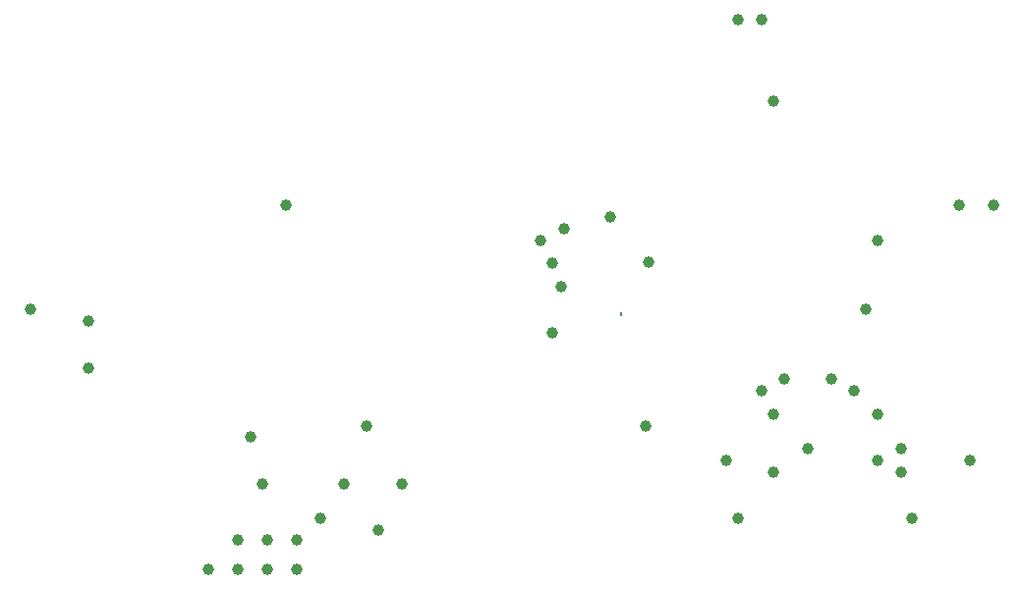
<source format=gbp>
G04 Layer_Color=128*
%FSLAX25Y25*%
%MOIN*%
G70*
G01*
G75*
%ADD18C,0.03937*%
%ADD84R,0.00787X0.00787*%
D18*
X100000Y40000D02*
D03*
X90000D02*
D03*
X110000D02*
D03*
X80000Y30000D02*
D03*
X90000D02*
D03*
X100000D02*
D03*
X110000D02*
D03*
X346457Y153543D02*
D03*
X334646D02*
D03*
X338583Y66929D02*
D03*
X314961Y62992D02*
D03*
X271654D02*
D03*
X259842Y47244D02*
D03*
X255906Y66929D02*
D03*
X271654Y82677D02*
D03*
X267717Y90551D02*
D03*
X229528Y134252D02*
D03*
X216535Y149606D02*
D03*
X200787Y145669D02*
D03*
X192913Y141732D02*
D03*
X199803Y125984D02*
D03*
X196850Y133858D02*
D03*
Y110236D02*
D03*
X145669Y59055D02*
D03*
X137795Y43307D02*
D03*
X118110Y47244D02*
D03*
X125984Y59055D02*
D03*
X98425D02*
D03*
X94488Y74803D02*
D03*
X133858Y78740D02*
D03*
X228346D02*
D03*
X106299Y153543D02*
D03*
X318898Y47244D02*
D03*
X307087Y66929D02*
D03*
X314961Y70866D02*
D03*
X307087Y82677D02*
D03*
X299213Y90551D02*
D03*
X291339Y94488D02*
D03*
X275590D02*
D03*
X283465Y70866D02*
D03*
X303150Y118110D02*
D03*
X307087Y141732D02*
D03*
X39370Y114173D02*
D03*
Y98425D02*
D03*
X19685Y118110D02*
D03*
X267717Y216535D02*
D03*
X259842D02*
D03*
X271654Y188976D02*
D03*
D84*
X220276Y117028D02*
D03*
Y116240D02*
D03*
M02*

</source>
